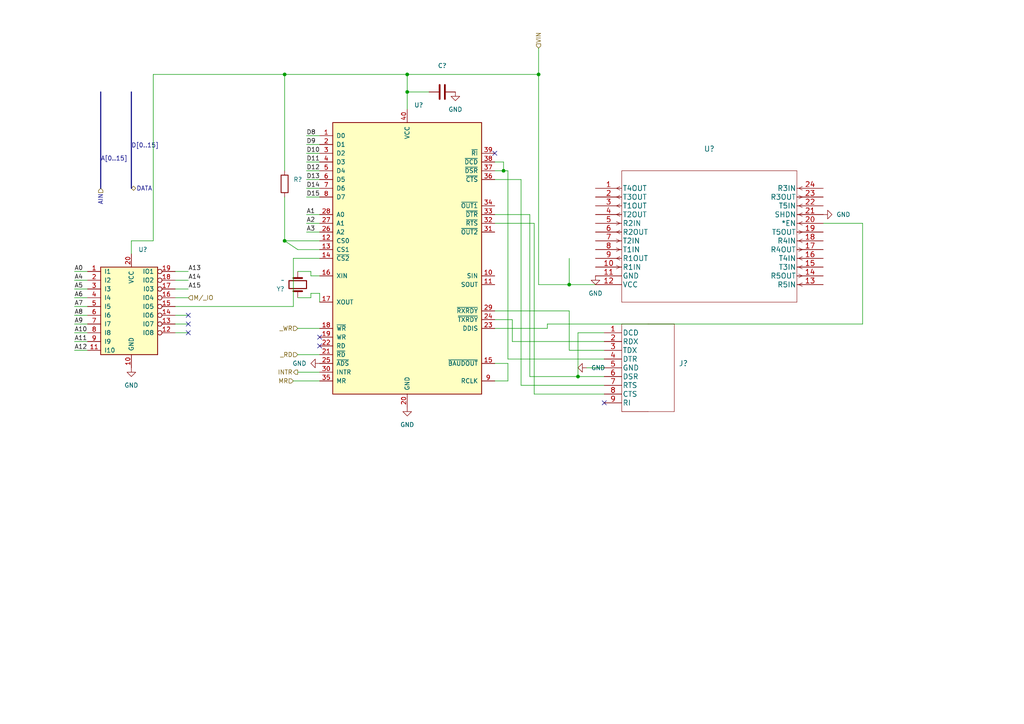
<source format=kicad_sch>
(kicad_sch (version 20211123) (generator eeschema)
  (paper "A4")
  (lib_symbols
    (symbol "DSUB-9:DSUB-9" (pin_names (offset 0.254))
      (property "Reference" "J" (at 8.89 6.35 0))
      (property "Value" "DSUB-9" (at 15.24 -8.89 0))
      (symbol "DSUB-9_1_1"
        (polyline (pts (xy 5.08 2.54) (xy 5.08 -22.86)) (stroke (width 0.127)))
        (polyline (pts (xy 12.7 -22.86) (xy 20.32 -22.86)) (stroke (width 0.127)))
        (polyline (pts (xy 12.7 2.54) (xy 5.08 2.54)) (stroke (width 0.127)))
        (polyline (pts (xy 20.32 -22.86) (xy 20.32 2.54)) (stroke (width 0.127)))
        (rectangle (start 5.08 -22.86) (end 12.7 -22.86))
        (rectangle (start 12.7 2.54) (end 20.32 2.54))
        (pin unspecified line (at 0 0 0) (length 5.08) (name "DCD") (number "1"))
        (pin unspecified line (at 0 -2.54 0) (length 5.08) (name "RDX") (number "2"))
        (pin unspecified line (at 0 -5.08 0) (length 5.08) (name "TDX") (number "3"))
        (pin unspecified line (at 0 -7.62 0) (length 5.08) (name "DTR") (number "4"))
        (pin unspecified line (at 0 -10.16 0) (length 5.08) (name "GND") (number "5"))
        (pin unspecified line (at 0 -12.7 0) (length 5.08) (name "DSR") (number "6"))
        (pin unspecified line (at 0 -15.24 0) (length 5.08) (name "RTS") (number "7"))
        (pin unspecified line (at 0 -17.78 0) (length 5.08) (name "CTS") (number "8"))
        (pin unspecified line (at 0 -20.32 0) (length 5.08) (name "RI") (number "9"))
      )
    )
    (symbol "Device:C" (pin_numbers hide) (pin_names (offset 0.254))
      (property "Reference" "C" (at 0.635 2.54 0))
      (property "Value" "C" (at 0.635 -2.54 0))
      (symbol "C_0_1"
        (polyline (pts (xy -2.032 -0.762) (xy 2.032 -0.762)) (stroke (width 0.508)))
        (polyline (pts (xy -2.032 0.762) (xy 2.032 0.762)) (stroke (width 0.508)))
      )
      (symbol "C_1_1"
        (pin passive line (at 0 3.81 270) (length 2.794) (name "~") (number "1"))
        (pin passive line (at 0 -3.81 90) (length 2.794) (name "~") (number "2"))
      )
    )
    (symbol "Device:Crystal" (pin_numbers hide) (pin_names (offset 1.016) hide)
      (property "Reference" "Y" (at 0 3.81 0))
      (property "Value" "Crystal" (at 0 -3.81 0))
      (symbol "Crystal_0_1"
        (rectangle (start -1.143 2.54) (end 1.143 -2.54) (stroke (width 0.3048)))
        (polyline (pts (xy -2.54 0) (xy -1.905 0)))
        (polyline (pts (xy -1.905 -1.27) (xy -1.905 1.27)) (stroke (width 0.508)))
        (polyline (pts (xy 1.905 -1.27) (xy 1.905 1.27)) (stroke (width 0.508)))
        (polyline (pts (xy 2.54 0) (xy 1.905 0)))
      )
      (symbol "Crystal_1_1"
        (pin passive line (at -3.81 0 0) (length 1.27) (name "1") (number "1"))
        (pin passive line (at 3.81 0 180) (length 1.27) (name "2") (number "2"))
      )
    )
    (symbol "Device:R" (pin_numbers hide) (pin_names (offset 0))
      (property "Reference" "R" (at 2.032 0 90))
      (property "Value" "R" (at 0 0 90))
      (symbol "R_0_1"
        (rectangle (start -1.016 -2.54) (end 1.016 2.54) (stroke (width 0.254)))
      )
      (symbol "R_1_1"
        (pin passive line (at 0 3.81 270) (length 1.27) (name "~") (number "1"))
        (pin passive line (at 0 -3.81 90) (length 1.27) (name "~") (number "2"))
      )
    )
    (symbol "Interface_UART:16550" (pin_names (offset 1.016))
      (property "Reference" "U" (at -21.59 40.64 0))
      (property "Value" "16550" (at 15.24 40.64 0))
      (symbol "16550_0_1"
        (rectangle (start -21.59 -39.37) (end 21.59 39.37) (stroke (width 0.254)) (fill (type background)))
      )
      (symbol "16550_1_1"
        (pin bidirectional line (at -25.4 35.56 0) (length 3.81) (name "D0") (number "1"))
        (pin input line (at 25.4 -5.08 180) (length 3.81) (name "SIN") (number "10"))
        (pin output line (at 25.4 -7.62 180) (length 3.81) (name "SOUT") (number "11"))
        (pin input line (at -25.4 5.08 0) (length 3.81) (name "CS0") (number "12"))
        (pin input line (at -25.4 2.54 0) (length 3.81) (name "CS1") (number "13"))
        (pin input line (at -25.4 0 0) (length 3.81) (name "~{CS2}") (number "14"))
        (pin output line (at 25.4 -30.48 180) (length 3.81) (name "~{BAUDOUT}") (number "15"))
        (pin input line (at -25.4 -5.08 0) (length 3.81) (name "XIN") (number "16"))
        (pin output line (at -25.4 -12.7 0) (length 3.81) (name "XOUT") (number "17"))
        (pin input line (at -25.4 -20.32 0) (length 3.81) (name "~{WR}") (number "18"))
        (pin input line (at -25.4 -22.86 0) (length 3.81) (name "WR") (number "19"))
        (pin bidirectional line (at -25.4 33.02 0) (length 3.81) (name "D1") (number "2"))
        (pin power_in line (at 0 -43.18 90) (length 3.81) (name "GND") (number "20"))
        (pin input line (at -25.4 -27.94 0) (length 3.81) (name "~{RD}") (number "21"))
        (pin input line (at -25.4 -25.4 0) (length 3.81) (name "RD") (number "22"))
        (pin output line (at 25.4 -20.32 180) (length 3.81) (name "DDIS") (number "23"))
        (pin output line (at 25.4 -17.78 180) (length 3.81) (name "~{TXRDY}") (number "24"))
        (pin input line (at -25.4 -30.48 0) (length 3.81) (name "~{ADS}") (number "25"))
        (pin input line (at -25.4 7.62 0) (length 3.81) (name "A2") (number "26"))
        (pin input line (at -25.4 10.16 0) (length 3.81) (name "A1") (number "27"))
        (pin input line (at -25.4 12.7 0) (length 3.81) (name "A0") (number "28"))
        (pin output line (at 25.4 -15.24 180) (length 3.81) (name "~{RXRDY}") (number "29"))
        (pin bidirectional line (at -25.4 30.48 0) (length 3.81) (name "D2") (number "3"))
        (pin output line (at -25.4 -33.02 0) (length 3.81) (name "INTR") (number "30"))
        (pin output line (at 25.4 7.62 180) (length 3.81) (name "~{OUT2}") (number "31"))
        (pin output line (at 25.4 10.16 180) (length 3.81) (name "~{RTS}") (number "32"))
        (pin output line (at 25.4 12.7 180) (length 3.81) (name "~{DTR}") (number "33"))
        (pin output line (at 25.4 15.24 180) (length 3.81) (name "~{OUT1}") (number "34"))
        (pin input line (at -25.4 -35.56 0) (length 3.81) (name "MR") (number "35"))
        (pin input line (at 25.4 22.86 180) (length 3.81) (name "~{CTS}") (number "36"))
        (pin input line (at 25.4 25.4 180) (length 3.81) (name "~{DSR}") (number "37"))
        (pin input line (at 25.4 27.94 180) (length 3.81) (name "~{DCD}") (number "38"))
        (pin input line (at 25.4 30.48 180) (length 3.81) (name "~{RI}") (number "39"))
        (pin bidirectional line (at -25.4 27.94 0) (length 3.81) (name "D3") (number "4"))
        (pin power_in line (at 0 43.18 270) (length 3.81) (name "VCC") (number "40"))
        (pin bidirectional line (at -25.4 25.4 0) (length 3.81) (name "D4") (number "5"))
        (pin bidirectional line (at -25.4 22.86 0) (length 3.81) (name "D5") (number "6"))
        (pin bidirectional line (at -25.4 20.32 0) (length 3.81) (name "D6") (number "7"))
        (pin bidirectional line (at -25.4 17.78 0) (length 3.81) (name "D7") (number "8"))
        (pin input line (at 25.4 -35.56 180) (length 3.81) (name "RCLK") (number "9"))
      )
    )
    (symbol "Logic_Programmable:PAL16L8" (pin_names (offset 1.016))
      (property "Reference" "U" (at -8.89 16.51 0))
      (property "Value" "PAL16L8" (at 1.27 16.51 0))
      (symbol "PAL16L8_0_0"
        (pin power_in line (at 0 -15.24 90) (length 3.81) (name "GND") (number "10"))
        (pin power_in line (at 0 17.78 270) (length 3.81) (name "VCC") (number "20"))
      )
      (symbol "PAL16L8_0_1"
        (rectangle (start -8.89 13.97) (end 7.62 -11.43) (stroke (width 0.254)) (fill (type background)))
      )
      (symbol "PAL16L8_1_1"
        (pin input line (at -12.7 12.7 0) (length 3.81) (name "I1") (number "1"))
        (pin input line (at -12.7 -10.16 0) (length 3.81) (name "I10") (number "11"))
        (pin tri_state inverted (at 12.7 -5.08 180) (length 5.08) (name "IO8") (number "12"))
        (pin tri_state inverted (at 12.7 -2.54 180) (length 5.08) (name "IO7") (number "13"))
        (pin tri_state inverted (at 12.7 0 180) (length 5.08) (name "IO6") (number "14"))
        (pin tri_state inverted (at 12.7 2.54 180) (length 5.08) (name "IO5") (number "15"))
        (pin tri_state inverted (at 12.7 5.08 180) (length 5.08) (name "IO4") (number "16"))
        (pin tri_state inverted (at 12.7 7.62 180) (length 5.08) (name "I03") (number "17"))
        (pin tri_state inverted (at 12.7 10.16 180) (length 5.08) (name "IO2") (number "18"))
        (pin tri_state inverted (at 12.7 12.7 180) (length 5.08) (name "IO1") (number "19"))
        (pin input line (at -12.7 10.16 0) (length 3.81) (name "I2") (number "2"))
        (pin input line (at -12.7 7.62 0) (length 3.81) (name "I3") (number "3"))
        (pin input line (at -12.7 5.08 0) (length 3.81) (name "I4") (number "4"))
        (pin input line (at -12.7 2.54 0) (length 3.81) (name "I5") (number "5"))
        (pin input line (at -12.7 0 0) (length 3.81) (name "I6") (number "6"))
        (pin input line (at -12.7 -2.54 0) (length 3.81) (name "I7") (number "7"))
        (pin input line (at -12.7 -5.08 0) (length 3.81) (name "I8") (number "8"))
        (pin input line (at -12.7 -7.62 0) (length 3.81) (name "I9") (number "9"))
      )
    )
    (symbol "max235cpg:max235cpg" (pin_names (offset 0.254))
      (property "Reference" "U" (at 33.02 10.16 0))
      (property "Value" "max235cpg" (at 33.02 7.62 0))
      (symbol "max235cpg_1_1"
        (polyline (pts (xy 7.112 -22.86) (xy 6.0452 -23.368)) (stroke (width 0.127)))
        (polyline (pts (xy 7.112 -22.86) (xy 6.0452 -22.352)) (stroke (width 0.127)))
        (polyline (pts (xy 7.112 -20.828) (xy 6.0452 -20.32)) (stroke (width 0.127)))
        (polyline (pts (xy 7.112 -19.812) (xy 6.0452 -20.32)) (stroke (width 0.127)))
        (polyline (pts (xy 7.112 -17.78) (xy 6.0452 -18.288)) (stroke (width 0.127)))
        (polyline (pts (xy 7.112 -17.78) (xy 6.0452 -17.272)) (stroke (width 0.127)))
        (polyline (pts (xy 7.112 -15.24) (xy 6.0452 -15.748)) (stroke (width 0.127)))
        (polyline (pts (xy 7.112 -15.24) (xy 6.0452 -14.732)) (stroke (width 0.127)))
        (polyline (pts (xy 7.112 -13.208) (xy 6.0452 -12.7)) (stroke (width 0.127)))
        (polyline (pts (xy 7.112 -12.192) (xy 6.0452 -12.7)) (stroke (width 0.127)))
        (polyline (pts (xy 7.112 -10.16) (xy 6.0452 -10.668)) (stroke (width 0.127)))
        (polyline (pts (xy 7.112 -10.16) (xy 6.0452 -9.652)) (stroke (width 0.127)))
        (polyline (pts (xy 7.112 -8.128) (xy 6.0452 -7.62)) (stroke (width 0.127)))
        (polyline (pts (xy 7.112 -7.112) (xy 6.0452 -7.62)) (stroke (width 0.127)))
        (polyline (pts (xy 7.112 -5.588) (xy 6.0452 -5.08)) (stroke (width 0.127)))
        (polyline (pts (xy 7.112 -4.572) (xy 6.0452 -5.08)) (stroke (width 0.127)))
        (polyline (pts (xy 7.112 -3.048) (xy 6.0452 -2.54)) (stroke (width 0.127)))
        (polyline (pts (xy 7.112 -2.032) (xy 6.0452 -2.54)) (stroke (width 0.127)))
        (polyline (pts (xy 7.112 -0.508) (xy 6.0452 0)) (stroke (width 0.127)))
        (polyline (pts (xy 7.112 0.508) (xy 6.0452 0)) (stroke (width 0.127)))
        (polyline (pts (xy 7.62 -33.02) (xy 58.42 -33.02)) (stroke (width 0.127)))
        (polyline (pts (xy 7.62 5.08) (xy 7.62 -33.02)) (stroke (width 0.127)))
        (polyline (pts (xy 58.42 -33.02) (xy 58.42 5.08)) (stroke (width 0.127)))
        (polyline (pts (xy 58.42 5.08) (xy 7.62 5.08)) (stroke (width 0.127)))
        (polyline (pts (xy 58.928 -27.94) (xy 59.9948 -28.448)) (stroke (width 0.127)))
        (polyline (pts (xy 58.928 -27.94) (xy 59.9948 -27.432)) (stroke (width 0.127)))
        (polyline (pts (xy 58.928 -25.908) (xy 59.9948 -25.4)) (stroke (width 0.127)))
        (polyline (pts (xy 58.928 -24.892) (xy 59.9948 -25.4)) (stroke (width 0.127)))
        (polyline (pts (xy 58.928 -22.86) (xy 59.9948 -23.368)) (stroke (width 0.127)))
        (polyline (pts (xy 58.928 -22.86) (xy 59.9948 -22.352)) (stroke (width 0.127)))
        (polyline (pts (xy 58.928 -20.32) (xy 59.9948 -20.828)) (stroke (width 0.127)))
        (polyline (pts (xy 58.928 -20.32) (xy 59.9948 -19.812)) (stroke (width 0.127)))
        (polyline (pts (xy 58.928 -18.288) (xy 59.9948 -17.78)) (stroke (width 0.127)))
        (polyline (pts (xy 58.928 -17.272) (xy 59.9948 -17.78)) (stroke (width 0.127)))
        (polyline (pts (xy 58.928 -15.24) (xy 59.9948 -15.748)) (stroke (width 0.127)))
        (polyline (pts (xy 58.928 -15.24) (xy 59.9948 -14.732)) (stroke (width 0.127)))
        (polyline (pts (xy 58.928 -13.208) (xy 59.9948 -12.7)) (stroke (width 0.127)))
        (polyline (pts (xy 58.928 -12.192) (xy 59.9948 -12.7)) (stroke (width 0.127)))
        (polyline (pts (xy 58.928 -10.16) (xy 59.9948 -10.668)) (stroke (width 0.127)))
        (polyline (pts (xy 58.928 -10.16) (xy 59.9948 -9.652)) (stroke (width 0.127)))
        (polyline (pts (xy 58.928 -7.62) (xy 59.9948 -8.128)) (stroke (width 0.127)))
        (polyline (pts (xy 58.928 -7.62) (xy 59.9948 -7.112)) (stroke (width 0.127)))
        (polyline (pts (xy 58.928 -5.08) (xy 59.9948 -5.588)) (stroke (width 0.127)))
        (polyline (pts (xy 58.928 -5.08) (xy 59.9948 -4.572)) (stroke (width 0.127)))
        (polyline (pts (xy 58.928 -3.048) (xy 59.9948 -2.54)) (stroke (width 0.127)))
        (polyline (pts (xy 58.928 -2.032) (xy 59.9948 -2.54)) (stroke (width 0.127)))
        (polyline (pts (xy 58.928 0) (xy 59.9948 -0.508)) (stroke (width 0.127)))
        (polyline (pts (xy 58.928 0) (xy 59.9948 0.508)) (stroke (width 0.127)))
        (pin output line (at 0 0 0) (length 7.62) (name "T4OUT") (number "1"))
        (pin input line (at 0 -22.86 0) (length 7.62) (name "R1IN") (number "10"))
        (pin power_in line (at 0 -25.4 0) (length 7.62) (name "GND") (number "11"))
        (pin power_in line (at 0 -27.94 0) (length 7.62) (name "VCC") (number "12"))
        (pin input line (at 66.04 -27.94 180) (length 7.62) (name "R5IN") (number "13"))
        (pin output line (at 66.04 -25.4 180) (length 7.62) (name "R5OUT") (number "14"))
        (pin input line (at 66.04 -22.86 180) (length 7.62) (name "T3IN") (number "15"))
        (pin input line (at 66.04 -20.32 180) (length 7.62) (name "T4IN") (number "16"))
        (pin output line (at 66.04 -17.78 180) (length 7.62) (name "R4OUT") (number "17"))
        (pin input line (at 66.04 -15.24 180) (length 7.62) (name "R4IN") (number "18"))
        (pin output line (at 66.04 -12.7 180) (length 7.62) (name "T5OUT") (number "19"))
        (pin output line (at 0 -2.54 0) (length 7.62) (name "T3OUT") (number "2"))
        (pin input line (at 66.04 -10.16 180) (length 7.62) (name "*EN") (number "20"))
        (pin input line (at 66.04 -7.62 180) (length 7.62) (name "SHDN") (number "21"))
        (pin input line (at 66.04 -5.08 180) (length 7.62) (name "T5IN") (number "22"))
        (pin output line (at 66.04 -2.54 180) (length 7.62) (name "R3OUT") (number "23"))
        (pin input line (at 66.04 0 180) (length 7.62) (name "R3IN") (number "24"))
        (pin output line (at 0 -5.08 0) (length 7.62) (name "T1OUT") (number "3"))
        (pin output line (at 0 -7.62 0) (length 7.62) (name "T2OUT") (number "4"))
        (pin input line (at 0 -10.16 0) (length 7.62) (name "R2IN") (number "5"))
        (pin output line (at 0 -12.7 0) (length 7.62) (name "R2OUT") (number "6"))
        (pin input line (at 0 -15.24 0) (length 7.62) (name "T2IN") (number "7"))
        (pin input line (at 0 -17.78 0) (length 7.62) (name "T1IN") (number "8"))
        (pin output line (at 0 -20.32 0) (length 7.62) (name "R1OUT") (number "9"))
      )
    )
    (symbol "power:GND" (power) (pin_names (offset 0))
      (property "Value" "GND" (at 0 -3.81 0))
      (symbol "GND_0_1"
        (polyline (pts (xy 0 0) (xy 0 -1.27) (xy 1.27 -1.27) (xy 0 -2.54) (xy -1.27 -1.27) (xy 0 -1.27)))
      )
      (symbol "GND_1_1"
        (pin power_in line (at 0 0 270) (length 0) hide (name "GND") (number "1"))
      )
    )
  )
  (junction (at 118.11 26.67))
  (junction (at 167.64 109.22))
  (junction (at 82.55 21.59))
  (junction (at 156.21 21.59))
  (junction (at 118.11 21.59))
  (junction (at 146.05 49.53))
  (junction (at 82.55 69.85))
  (junction (at 165.1 82.55))
  (no_connect (at 92.71 100.33))
  (no_connect (at 54.61 91.44))
  (no_connect (at 54.61 93.98))
  (no_connect (at 54.61 96.52))
  (no_connect (at 143.51 44.45))
  (no_connect (at 175.26 116.84))
  (no_connect (at 92.71 97.79))
  (wire (pts (xy 21.59 86.36) (xy 25.4 86.36)))
  (wire (pts (xy 175.26 111.76) (xy 151.13 111.76)))
  (wire (pts (xy 21.59 88.9) (xy 25.4 88.9)))
  (wire (pts (xy 165.1 82.55) (xy 172.72 82.55)))
  (wire (pts (xy 118.11 26.67) (xy 124.46 26.67)))
  (wire (pts (xy 90.17 86.36) (xy 90.17 85.09)))
  (wire (pts (xy 143.51 105.41) (xy 147.32 105.41)))
  (wire (pts (xy 250.19 64.77) (xy 250.19 93.98)))
  (wire (pts (xy 156.21 13.97) (xy 156.21 21.59)))
  (wire (pts (xy 175.26 104.14) (xy 147.32 104.14)))
  (wire (pts (xy 143.51 90.17) (xy 165.1 90.17)))
  (wire (pts (xy 153.67 62.23) (xy 143.51 62.23)))
  (wire (pts (xy 92.71 85.09) (xy 92.71 87.63)))
  (wire (pts (xy 88.9 49.53) (xy 92.71 49.53)))
  (wire (pts (xy 50.8 86.36) (xy 54.61 86.36)))
  (wire (pts (xy 88.9 52.07) (xy 92.71 52.07)))
  (wire (pts (xy 44.45 21.59) (xy 44.45 69.85)))
  (wire (pts (xy 92.71 72.39) (xy 86.36 72.39)))
  (wire (pts (xy 50.8 91.44) (xy 54.61 91.44)))
  (wire (pts (xy 21.59 83.82) (xy 25.4 83.82)))
  (wire (pts (xy 86.36 95.25) (xy 92.71 95.25)))
  (wire (pts (xy 165.1 90.17) (xy 165.1 101.6)))
  (wire (pts (xy 92.71 80.01) (xy 90.17 80.01)))
  (wire (pts (xy 82.55 21.59) (xy 82.55 49.53)))
  (wire (pts (xy 151.13 111.76) (xy 151.13 52.07)))
  (wire (pts (xy 88.9 62.23) (xy 92.71 62.23)))
  (wire (pts (xy 50.8 88.9) (xy 85.09 88.9)))
  (wire (pts (xy 156.21 21.59) (xy 156.21 82.55)))
  (wire (pts (xy 88.9 46.99) (xy 92.71 46.99)))
  (wire (pts (xy 146.05 46.99) (xy 146.05 49.53)))
  (wire (pts (xy 88.9 57.15) (xy 92.71 57.15)))
  (wire (pts (xy 167.64 109.22) (xy 175.26 109.22)))
  (wire (pts (xy 147.32 105.41) (xy 147.32 110.49)))
  (wire (pts (xy 175.26 96.52) (xy 167.64 96.52)))
  (wire (pts (xy 21.59 101.6) (xy 25.4 101.6)))
  (wire (pts (xy 21.59 96.52) (xy 25.4 96.52)))
  (wire (pts (xy 88.9 54.61) (xy 92.71 54.61)))
  (wire (pts (xy 88.9 44.45) (xy 92.71 44.45)))
  (wire (pts (xy 86.36 78.74) (xy 90.17 78.74)))
  (wire (pts (xy 165.1 74.93) (xy 165.1 82.55)))
  (wire (pts (xy 118.11 21.59) (xy 156.21 21.59)))
  (wire (pts (xy 82.55 21.59) (xy 44.45 21.59)))
  (wire (pts (xy 156.21 82.55) (xy 165.1 82.55)))
  (wire (pts (xy 175.26 114.3) (xy 154.94 114.3)))
  (wire (pts (xy 21.59 99.06) (xy 25.4 99.06)))
  (wire (pts (xy 167.64 96.52) (xy 167.64 109.22)))
  (wire (pts (xy 21.59 78.74) (xy 25.4 78.74)))
  (wire (pts (xy 153.67 109.22) (xy 167.64 109.22)))
  (wire (pts (xy 148.59 92.71) (xy 143.51 92.71)))
  (wire (pts (xy 90.17 78.74) (xy 90.17 80.01)))
  (wire (pts (xy 158.75 95.25) (xy 143.51 95.25)))
  (wire (pts (xy 21.59 91.44) (xy 25.4 91.44)))
  (wire (pts (xy 88.9 64.77) (xy 92.71 64.77)))
  (wire (pts (xy 50.8 96.52) (xy 54.61 96.52)))
  (wire (pts (xy 82.55 57.15) (xy 82.55 69.85)))
  (wire (pts (xy 148.59 99.06) (xy 175.26 99.06)))
  (wire (pts (xy 118.11 21.59) (xy 82.55 21.59)))
  (wire (pts (xy 165.1 101.6) (xy 175.26 101.6)))
  (wire (pts (xy 85.09 110.49) (xy 92.71 110.49)))
  (wire (pts (xy 21.59 93.98) (xy 25.4 93.98)))
  (wire (pts (xy 154.94 114.3) (xy 154.94 64.77)))
  (wire (pts (xy 44.45 69.85) (xy 38.1 69.85)))
  (wire (pts (xy 88.9 67.31) (xy 92.71 67.31)))
  (wire (pts (xy 143.51 46.99) (xy 146.05 46.99)))
  (wire (pts (xy 146.05 49.53) (xy 143.51 49.53)))
  (wire (pts (xy 50.8 78.74) (xy 54.61 78.74)))
  (wire (pts (xy 250.19 93.98) (xy 158.75 93.98)))
  (wire (pts (xy 21.59 81.28) (xy 25.4 81.28)))
  (wire (pts (xy 90.17 86.36) (xy 86.36 86.36)))
  (wire (pts (xy 50.8 93.98) (xy 54.61 93.98)))
  (wire (pts (xy 85.09 88.9) (xy 85.09 74.93)))
  (wire (pts (xy 118.11 31.75) (xy 118.11 26.67)))
  (wire (pts (xy 38.1 69.85) (xy 38.1 73.66)))
  (wire (pts (xy 147.32 110.49) (xy 143.51 110.49)))
  (wire (pts (xy 153.67 109.22) (xy 153.67 62.23)))
  (bus (pts (xy 38.1 26.67) (xy 38.1 54.61)))
  (wire (pts (xy 147.32 104.14) (xy 147.32 49.53)))
  (wire (pts (xy 147.32 49.53) (xy 146.05 49.53)))
  (wire (pts (xy 148.59 99.06) (xy 148.59 92.71)))
  (wire (pts (xy 151.13 52.07) (xy 143.51 52.07)))
  (wire (pts (xy 238.76 64.77) (xy 250.19 64.77)))
  (wire (pts (xy 82.55 69.85) (xy 86.36 72.39)))
  (wire (pts (xy 86.36 107.95) (xy 92.71 107.95)))
  (wire (pts (xy 154.94 64.77) (xy 143.51 64.77)))
  (wire (pts (xy 82.55 69.85) (xy 92.71 69.85)))
  (wire (pts (xy 92.71 85.09) (xy 90.17 85.09)))
  (wire (pts (xy 88.9 41.91) (xy 92.71 41.91)))
  (wire (pts (xy 88.9 39.37) (xy 92.71 39.37)))
  (wire (pts (xy 118.11 26.67) (xy 118.11 21.59)))
  (wire (pts (xy 170.18 106.68) (xy 175.26 106.68)))
  (wire (pts (xy 50.8 83.82) (xy 54.61 83.82)))
  (wire (pts (xy 158.75 93.98) (xy 158.75 95.25)))
  (wire (pts (xy 85.09 74.93) (xy 92.71 74.93)))
  (wire (pts (xy 86.36 102.87) (xy 92.71 102.87)))
  (bus (pts (xy 29.21 26.67) (xy 29.21 54.61)))
  (wire (pts (xy 50.8 81.28) (xy 54.61 81.28)))
  (label "D13" (at 88.9 52.07 0))
  (label "D[0..15]" (at 38.1 43.18 0))
  (label "A15" (at 54.61 83.82 0))
  (label "A3" (at 88.9 67.31 0))
  (label "A[0..15]" (at 29.21 46.99 0))
  (label "A12" (at 21.59 101.6 0))
  (label "A4" (at 21.59 81.28 0))
  (label "A9" (at 21.59 93.98 0))
  (label "A14" (at 54.61 81.28 0))
  (label "A2" (at 88.9 64.77 0))
  (label "A10" (at 21.59 96.52 0))
  (label "D11" (at 88.9 46.99 0))
  (label "A0" (at 21.59 78.74 0))
  (label "D9" (at 88.9 41.91 0))
  (label "D14" (at 88.9 54.61 0))
  (label "A1" (at 88.9 62.23 0))
  (label "A11" (at 21.59 99.06 0))
  (label "A5" (at 21.59 83.82 0))
  (label "D15" (at 88.9 57.15 0))
  (label "D10" (at 88.9 44.45 0))
  (label "A6" (at 21.59 86.36 0))
  (label "A8" (at 21.59 91.44 0))
  (label "A7" (at 21.59 88.9 0))
  (label "D8" (at 88.9 39.37 0))
  (label "A13" (at 54.61 78.74 0))
  (label "D12" (at 88.9 49.53 0))
  (hierarchical_label "VIN" (shape input) (at 156.21 13.97 90))
  (hierarchical_label "INTR" (shape output) (at 86.36 107.95 180))
  (hierarchical_label "AIN" (shape input) (at 29.21 54.61 270))
  (hierarchical_label "_WR" (shape input) (at 86.36 95.25 180))
  (hierarchical_label "M{slash}_IO" (shape input) (at 54.61 86.36 0))
  (hierarchical_label "MR" (shape input) (at 85.09 110.49 180))
  (hierarchical_label "_RD" (shape input) (at 86.36 102.87 180))
  (hierarchical_label "DATA" (shape bidirectional) (at 38.1 54.61 0))
  (symbol (lib_id "power:GND") (at 170.18 106.68 270) (unit 1)
    (property "Reference" "#PWR?" (effects hide))
    (property "Value" "GND" (at 171.45 106.6799 90) (effects (justify left)))
  )
  (symbol (lib_id "max235cpg:max235cpg") (at 172.72 54.61 0) (unit 1)
    (property "Reference" "U?" (at 205.74 43.18 0) (effects (font (size 1.524 1.524))))
  )
  (symbol (lib_id "Logic_Programmable:PAL16L8") (at 38.1 91.44 0) (unit 1)
    (property "Reference" "U?" (at 40.1194 72.39 0) (effects (justify left)))
  )
  (symbol (lib_id "Interface_UART:16550") (at 118.11 74.93 0) (unit 1)
    (property "Reference" "U?" (at 120.1294 30.48 0) (effects (justify left)))
    (property "Datasheet" "http://www.ti.com/lit/ds/symlink/pc16550d.pdf" (effects hide))
  )
  (symbol (lib_id "Device:R") (at 82.55 53.34 0) (unit 1)
    (property "Reference" "R?" (at 85.09 52.0699 0) (effects (justify left)))
  )
  (symbol (lib_id "power:GND") (at 118.11 118.11 0) (unit 1)
    (property "Reference" "#PWR?" (effects hide))
    (property "Value" "GND" (at 118.11 123.19 0))
  )
  (symbol (lib_id "power:GND") (at 92.71 105.41 270) (unit 1)
    (property "Reference" "#PWR?" (effects hide))
  )
  (symbol (lib_id "DSUB-9:DSUB-9") (at 175.26 96.52 0) (unit 1)
    (property "Reference" "J?" (at 196.85 105.41 0) (effects (font (size 1.524 1.524)) (justify left)))
  )
  (symbol (lib_id "Device:Crystal") (at 86.36 82.55 270) (unit 1)
    (property "Reference" "Y?" (at 82.55 83.8201 90) (effects (justify right)))
    (property "Value" "~" (at 82.55 81.2801 90) (effects (justify right)))
  )
  (symbol (lib_id "power:GND") (at 132.08 26.67 0) (unit 1)
    (property "Reference" "#PWR?" (effects hide))
  )
  (symbol (lib_id "power:GND") (at 238.76 62.23 90) (unit 1)
    (property "Reference" "#PWR?" (effects hide))
  )
  (symbol (lib_id "Device:C") (at 128.27 26.67 90) (unit 1)
    (property "Reference" "C?" (at 128.27 19.05 90))
  )
  (symbol (lib_id "power:GND") (at 38.1 106.68 0) (unit 1)
    (property "Reference" "#PWR?" (effects hide))
  )
  (symbol (lib_id "power:GND") (at 172.72 80.01 0) (unit 1)
    (property "Reference" "#PWR?" (effects hide))
    (property "Value" "GND" (at 172.72 85.09 0))
  )
)
</source>
